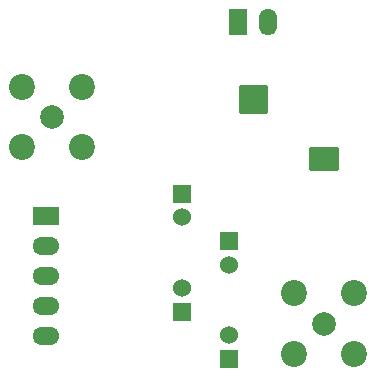
<source format=gbs>
G04 #@! TF.FileFunction,Soldermask,Bot*
%FSLAX46Y46*%
G04 Gerber Fmt 4.6, Leading zero omitted, Abs format (unit mm)*
G04 Created by KiCad (PCBNEW (2014-11-13 BZR 5275)-product) date Sun 16 Nov 2014 04:47:41 PM EST*
%MOMM*%
G01*
G04 APERTURE LIST*
%ADD10C,0.100000*%
%ADD11R,1.524000X2.286000*%
%ADD12O,1.524000X2.286000*%
%ADD13R,1.524000X1.524000*%
%ADD14C,1.524000*%
%ADD15C,2.000000*%
%ADD16C,2.200000*%
%ADD17R,2.286000X1.524000*%
%ADD18O,2.286000X1.524000*%
%ADD19C,0.254000*%
G04 APERTURE END LIST*
D10*
D11*
X155730000Y-84500000D03*
D12*
X158270000Y-84500000D03*
D13*
X155000000Y-102999240D03*
D14*
X155000000Y-105000760D03*
D13*
X151000000Y-109000760D03*
D14*
X151000000Y-106999240D03*
D13*
X151000000Y-98999240D03*
D14*
X151000000Y-101000760D03*
D13*
X155000000Y-113000760D03*
D14*
X155000000Y-110999240D03*
D15*
X140000000Y-92500000D03*
D16*
X137450000Y-89950000D03*
X142550000Y-89950000D03*
X137450000Y-95050000D03*
X142550000Y-95050000D03*
D15*
X163000000Y-110000000D03*
D16*
X160450000Y-107450000D03*
X165550000Y-107450000D03*
X160450000Y-112550000D03*
X165550000Y-112550000D03*
D17*
X139500000Y-100920000D03*
D18*
X139500000Y-103460000D03*
X139500000Y-106000000D03*
X139500000Y-108540000D03*
X139500000Y-111080000D03*
D19*
G36*
X164123000Y-96873000D02*
X161877000Y-96873000D01*
X161877000Y-95127000D01*
X164123000Y-95127000D01*
X164123000Y-96873000D01*
X164123000Y-96873000D01*
G37*
X164123000Y-96873000D02*
X161877000Y-96873000D01*
X161877000Y-95127000D01*
X164123000Y-95127000D01*
X164123000Y-96873000D01*
G36*
X158123000Y-92123000D02*
X155877000Y-92123000D01*
X155877000Y-89877000D01*
X158123000Y-89877000D01*
X158123000Y-92123000D01*
X158123000Y-92123000D01*
G37*
X158123000Y-92123000D02*
X155877000Y-92123000D01*
X155877000Y-89877000D01*
X158123000Y-89877000D01*
X158123000Y-92123000D01*
M02*

</source>
